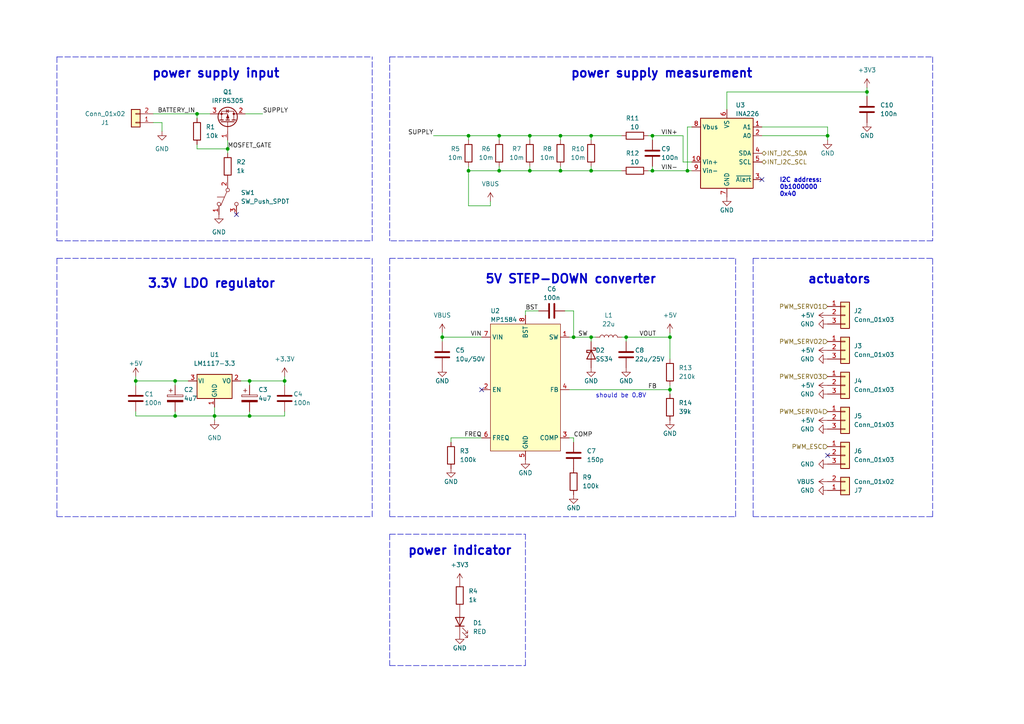
<source format=kicad_sch>
(kicad_sch (version 20211123) (generator eeschema)
  (paper "A4")
  (lib_symbols
    (symbol "+3.3V_1" (power) (pin_names (offset 0))
      (property "Value" "+3.3V_1" (at 0 3.556 0))
      (symbol "+3.3V_1_0_1"
        (polyline (pts (xy -0.762 1.27) (xy 0 2.54)))
        (polyline (pts (xy 0 0) (xy 0 2.54)))
        (polyline (pts (xy 0 2.54) (xy 0.762 1.27)))
      )
      (symbol "+3.3V_1_1_1"
        (pin power_in line (at 0 0 90) (length 0) hide (name "+3V3") (number "1"))
      )
    )
    (symbol "Analog_ADC:INA226"
      (property "Reference" "U" (at -6.35 11.43 0))
      (property "Value" "INA226" (at 3.81 11.43 0))
      (symbol "INA226_0_1"
        (rectangle (start 7.62 10.16) (end -7.62 -10.16) (stroke (width 0.254)) (fill (type background)))
      )
      (symbol "INA226_1_1"
        (pin input line (at 10.16 7.62 180) (length 2.54) (name "A1") (number "1"))
        (pin input line (at -10.16 -2.54 0) (length 2.54) (name "Vin+") (number "10"))
        (pin input line (at 10.16 5.08 180) (length 2.54) (name "A0") (number "2"))
        (pin open_collector line (at 10.16 -7.62 180) (length 2.54) (name "~{Alert}") (number "3"))
        (pin bidirectional line (at 10.16 0 180) (length 2.54) (name "SDA") (number "4"))
        (pin input line (at 10.16 -2.54 180) (length 2.54) (name "SCL") (number "5"))
        (pin power_in line (at 0 12.7 270) (length 2.54) (name "VS") (number "6"))
        (pin power_in line (at 0 -12.7 90) (length 2.54) (name "GND") (number "7"))
        (pin input line (at -10.16 7.62 0) (length 2.54) (name "Vbus") (number "8"))
        (pin input line (at -10.16 -5.08 0) (length 2.54) (name "Vin-") (number "9"))
      )
    )
    (symbol "Connector_Generic:Conn_01x02" (pin_names (offset 1.016) hide)
      (property "Reference" "J" (at 0 2.54 0))
      (property "Value" "Conn_01x02" (at 0 -5.08 0))
      (symbol "Conn_01x02_1_1"
        (rectangle (start -1.27 -2.413) (end 0 -2.667) (stroke (width 0.1524)))
        (rectangle (start -1.27 0.127) (end 0 -0.127) (stroke (width 0.1524)))
        (rectangle (start -1.27 1.27) (end 1.27 -3.81) (stroke (width 0.254)) (fill (type background)))
        (pin passive line (at -5.08 0 0) (length 3.81) (name "Pin_1") (number "1"))
        (pin passive line (at -5.08 -2.54 0) (length 3.81) (name "Pin_2") (number "2"))
      )
    )
    (symbol "Connector_Generic:Conn_01x03" (pin_names (offset 1.016) hide)
      (property "Reference" "J" (at 0 5.08 0))
      (property "Value" "Conn_01x03" (at 0 -5.08 0))
      (symbol "Conn_01x03_1_1"
        (rectangle (start -1.27 -2.413) (end 0 -2.667) (stroke (width 0.1524)))
        (rectangle (start -1.27 0.127) (end 0 -0.127) (stroke (width 0.1524)))
        (rectangle (start -1.27 2.667) (end 0 2.413) (stroke (width 0.1524)))
        (rectangle (start -1.27 3.81) (end 1.27 -3.81) (stroke (width 0.254)) (fill (type background)))
        (pin passive line (at -5.08 2.54 0) (length 3.81) (name "Pin_1") (number "1"))
        (pin passive line (at -5.08 0 0) (length 3.81) (name "Pin_2") (number "2"))
        (pin passive line (at -5.08 -2.54 0) (length 3.81) (name "Pin_3") (number "3"))
      )
    )
    (symbol "Device:C" (pin_numbers hide) (pin_names (offset 0.254))
      (property "Reference" "C" (at 0.635 2.54 0))
      (property "Value" "C" (at 0.635 -2.54 0))
      (symbol "C_0_1"
        (polyline (pts (xy -2.032 -0.762) (xy 2.032 -0.762)) (stroke (width 0.508)))
        (polyline (pts (xy -2.032 0.762) (xy 2.032 0.762)) (stroke (width 0.508)))
      )
      (symbol "C_1_1"
        (pin passive line (at 0 3.81 270) (length 2.794) (name "~") (number "1"))
        (pin passive line (at 0 -3.81 90) (length 2.794) (name "~") (number "2"))
      )
    )
    (symbol "Device:C_Polarized" (pin_numbers hide) (pin_names (offset 0.254))
      (property "Reference" "C" (at 0.635 2.54 0))
      (property "Value" "C_Polarized" (at 0.635 -2.54 0))
      (symbol "C_Polarized_0_1"
        (rectangle (start -2.286 0.508) (end 2.286 1.016))
        (polyline (pts (xy -1.778 2.286) (xy -0.762 2.286)))
        (polyline (pts (xy -1.27 2.794) (xy -1.27 1.778)))
        (rectangle (start 2.286 -0.508) (end -2.286 -1.016) (fill (type outline)))
      )
      (symbol "C_Polarized_1_1"
        (pin passive line (at 0 3.81 270) (length 2.794) (name "~") (number "1"))
        (pin passive line (at 0 -3.81 90) (length 2.794) (name "~") (number "2"))
      )
    )
    (symbol "Device:D_Schottky" (pin_numbers hide) (pin_names (offset 1.016) hide)
      (property "Reference" "D" (at 0 2.54 0))
      (property "Value" "D_Schottky" (at 0 -2.54 0))
      (symbol "D_Schottky_0_1"
        (polyline (pts (xy 1.27 0) (xy -1.27 0)))
        (polyline (pts (xy 1.27 1.27) (xy 1.27 -1.27) (xy -1.27 0) (xy 1.27 1.27)) (stroke (width 0.254)))
        (polyline (pts (xy -1.905 0.635) (xy -1.905 1.27) (xy -1.27 1.27) (xy -1.27 -1.27) (xy -0.635 -1.27) (xy -0.635 -0.635)) (stroke (width 0.254)))
      )
      (symbol "D_Schottky_1_1"
        (pin passive line (at -3.81 0 0) (length 2.54) (name "K") (number "1"))
        (pin passive line (at 3.81 0 180) (length 2.54) (name "A") (number "2"))
      )
    )
    (symbol "Device:L" (pin_numbers hide) (pin_names (offset 1.016) hide)
      (property "Reference" "L" (at -1.27 0 90))
      (property "Value" "L" (at 1.905 0 90))
      (symbol "L_0_1"
        (arc (start 0 -2.54) (mid 0.635 -1.905) (end 0 -1.27))
        (arc (start 0 -1.27) (mid 0.635 -0.635) (end 0 0))
        (arc (start 0 0) (mid 0.635 0.635) (end 0 1.27))
        (arc (start 0 1.27) (mid 0.635 1.905) (end 0 2.54))
      )
      (symbol "L_1_1"
        (pin passive line (at 0 3.81 270) (length 1.27) (name "1") (number "1"))
        (pin passive line (at 0 -3.81 90) (length 1.27) (name "2") (number "2"))
      )
    )
    (symbol "Device:LED" (pin_numbers hide) (pin_names (offset 1.016) hide)
      (property "Reference" "D" (at 0 2.54 0))
      (property "Value" "LED" (at 0 -2.54 0))
      (symbol "LED_0_1"
        (polyline (pts (xy -1.27 -1.27) (xy -1.27 1.27)) (stroke (width 0.254)))
        (polyline (pts (xy -1.27 0) (xy 1.27 0)))
        (polyline (pts (xy 1.27 -1.27) (xy 1.27 1.27) (xy -1.27 0) (xy 1.27 -1.27)) (stroke (width 0.254)))
        (polyline (pts (xy -3.048 -0.762) (xy -4.572 -2.286) (xy -3.81 -2.286) (xy -4.572 -2.286) (xy -4.572 -1.524)))
        (polyline (pts (xy -1.778 -0.762) (xy -3.302 -2.286) (xy -2.54 -2.286) (xy -3.302 -2.286) (xy -3.302 -1.524)))
      )
      (symbol "LED_1_1"
        (pin passive line (at -3.81 0 0) (length 2.54) (name "K") (number "1"))
        (pin passive line (at 3.81 0 180) (length 2.54) (name "A") (number "2"))
      )
    )
    (symbol "Device:Q_PMOS_GDS" (pin_names (offset 0) hide)
      (property "Reference" "Q" (at 5.08 1.27 0))
      (property "Value" "Q_PMOS_GDS" (at 5.08 -1.27 0))
      (symbol "Q_PMOS_GDS_0_1"
        (polyline (pts (xy 0.254 0) (xy -2.54 0)))
        (polyline (pts (xy 0.254 1.905) (xy 0.254 -1.905)) (stroke (width 0.254)))
        (polyline (pts (xy 0.762 -1.27) (xy 0.762 -2.286)) (stroke (width 0.254)))
        (polyline (pts (xy 0.762 0.508) (xy 0.762 -0.508)) (stroke (width 0.254)))
        (polyline (pts (xy 0.762 2.286) (xy 0.762 1.27)) (stroke (width 0.254)))
        (polyline (pts (xy 2.54 2.54) (xy 2.54 1.778)))
        (polyline (pts (xy 2.54 -2.54) (xy 2.54 0) (xy 0.762 0)))
        (polyline (pts (xy 0.762 1.778) (xy 3.302 1.778) (xy 3.302 -1.778) (xy 0.762 -1.778)))
        (polyline (pts (xy 2.286 0) (xy 1.27 0.381) (xy 1.27 -0.381) (xy 2.286 0)) (fill (type outline)))
        (polyline (pts (xy 2.794 -0.508) (xy 2.921 -0.381) (xy 3.683 -0.381) (xy 3.81 -0.254)))
        (polyline (pts (xy 3.302 -0.381) (xy 2.921 0.254) (xy 3.683 0.254) (xy 3.302 -0.381)))
        (circle (center 1.651 0) (radius 2.794) (stroke (width 0.254)))
        (circle (center 2.54 -1.778) (radius 0.254) (fill (type outline)))
        (circle (center 2.54 1.778) (radius 0.254) (fill (type outline)))
      )
      (symbol "Q_PMOS_GDS_1_1"
        (pin input line (at -5.08 0 0) (length 2.54) (name "G") (number "1"))
        (pin passive line (at 2.54 5.08 270) (length 2.54) (name "D") (number "2"))
        (pin passive line (at 2.54 -5.08 90) (length 2.54) (name "S") (number "3"))
      )
    )
    (symbol "Device:R" (pin_numbers hide) (pin_names (offset 0))
      (property "Reference" "R" (at 2.032 0 90))
      (property "Value" "R" (at 0 0 90))
      (symbol "R_0_1"
        (rectangle (start -1.016 -2.54) (end 1.016 2.54) (stroke (width 0.254)))
      )
      (symbol "R_1_1"
        (pin passive line (at 0 3.81 270) (length 1.27) (name "~") (number "1"))
        (pin passive line (at 0 -3.81 90) (length 1.27) (name "~") (number "2"))
      )
    )
    (symbol "Regulator_Linear:LM1117-3.3" (pin_names (offset 0.254))
      (property "Reference" "U" (at -3.81 3.175 0))
      (property "Value" "LM1117-3.3" (at 0 3.175 0))
      (symbol "LM1117-3.3_0_1"
        (rectangle (start -5.08 -5.08) (end 5.08 1.905) (stroke (width 0.254)) (fill (type background)))
      )
      (symbol "LM1117-3.3_1_1"
        (pin power_in line (at 0 -7.62 90) (length 2.54) (name "GND") (number "1"))
        (pin power_out line (at 7.62 0 180) (length 2.54) (name "VO") (number "2"))
        (pin power_in line (at -7.62 0 0) (length 2.54) (name "VI") (number "3"))
      )
    )
    (symbol "Switch:SW_Push_SPDT" (pin_names (offset 0) hide)
      (property "Reference" "SW" (at 0 4.318 0))
      (property "Value" "SW_Push_SPDT" (at 0 -5.08 0))
      (symbol "SW_Push_SPDT_0_0"
        (circle (center -2.032 0) (radius 0.508))
        (polyline (pts (xy 0 1.016) (xy 0 3.048)))
        (circle (center 2.032 -2.54) (radius 0.508))
      )
      (symbol "SW_Push_SPDT_0_1"
        (polyline (pts (xy -1.524 0.254) (xy 2.54 2.032)))
        (circle (center 2.032 2.54) (radius 0.508))
      )
      (symbol "SW_Push_SPDT_1_1"
        (pin passive line (at 5.08 2.54 180) (length 2.54) (name "A") (number "1"))
        (pin passive line (at -5.08 0 0) (length 2.54) (name "B") (number "2"))
        (pin passive line (at 5.08 -2.54 180) (length 2.54) (name "C") (number "3"))
      )
    )
    (symbol "goose:MP1584"
      (property "Reference" "U" (at 6.985 22.225 0))
      (property "Value" "MP1584" (at 7.62 20.32 0))
      (symbol "MP1584_0_1"
        (rectangle (start -10.16 19.05) (end 10.16 -17.78) (fill (type background)))
      )
      (symbol "MP1584_1_1"
        (pin passive line (at 12.7 15.24 180) (length 2.54) (name "SW") (number "1"))
        (pin passive line (at -12.7 0 0) (length 2.54) (name "EN") (number "2"))
        (pin passive line (at 12.7 -13.97 180) (length 2.54) (name "COMP") (number "3"))
        (pin passive line (at 12.7 0 180) (length 2.54) (name "FB") (number "4"))
        (pin passive line (at 0 -20.32 90) (length 2.54) (name "GND") (number "5"))
        (pin passive line (at -12.7 -13.97 0) (length 2.54) (name "FREQ") (number "6"))
        (pin passive line (at -12.7 15.24 0) (length 2.54) (name "VIN") (number "7"))
        (pin passive line (at 0 21.59 270) (length 2.54) (name "BST") (number "8"))
      )
    )
    (symbol "power:+3.3V" (power) (pin_names (offset 0))
      (property "Value" "+3.3V" (at 0 3.556 0))
      (symbol "+3.3V_0_1"
        (polyline (pts (xy -0.762 1.27) (xy 0 2.54)))
        (polyline (pts (xy 0 0) (xy 0 2.54)))
        (polyline (pts (xy 0 2.54) (xy 0.762 1.27)))
      )
      (symbol "+3.3V_1_1"
        (pin power_in line (at 0 0 90) (length 0) hide (name "+3.3V") (number "1"))
      )
    )
    (symbol "power:+5V" (power) (pin_names (offset 0))
      (property "Value" "+5V" (at 0 3.556 0))
      (symbol "+5V_0_1"
        (polyline (pts (xy -0.762 1.27) (xy 0 2.54)))
        (polyline (pts (xy 0 0) (xy 0 2.54)))
        (polyline (pts (xy 0 2.54) (xy 0.762 1.27)))
      )
      (symbol "+5V_1_1"
        (pin power_in line (at 0 0 90) (length 0) hide (name "+5V") (number "1"))
      )
    )
    (symbol "power:GND" (power) (pin_names (offset 0))
      (property "Value" "GND" (at 0 -3.81 0))
      (symbol "GND_0_1"
        (polyline (pts (xy 0 0) (xy 0 -1.27) (xy 1.27 -1.27) (xy 0 -2.54) (xy -1.27 -1.27) (xy 0 -1.27)))
      )
      (symbol "GND_1_1"
        (pin power_in line (at 0 0 270) (length 0) hide (name "GND") (number "1"))
      )
    )
    (symbol "power:VBUS" (power) (pin_names (offset 0))
      (property "Value" "VBUS" (at 0 3.81 0))
      (symbol "VBUS_0_1"
        (polyline (pts (xy -0.762 1.27) (xy 0 2.54)))
        (polyline (pts (xy 0 0) (xy 0 2.54)))
        (polyline (pts (xy 0 2.54) (xy 0.762 1.27)))
      )
      (symbol "VBUS_1_1"
        (pin power_in line (at 0 0 90) (length 0) hide (name "VBUS") (number "1"))
      )
    )
  )
  (junction (at 166.37 97.79))
  (junction (at 144.78 39.37))
  (junction (at 128.27 97.79))
  (junction (at 181.61 97.79))
  (junction (at 251.46 26.67))
  (junction (at 153.67 39.37))
  (junction (at 50.8 120.65))
  (junction (at 194.31 113.03))
  (junction (at 39.37 110.49))
  (junction (at 194.31 97.79))
  (junction (at 66.04 43.18))
  (junction (at 72.39 120.65))
  (junction (at 144.78 49.53))
  (junction (at 240.03 39.37))
  (junction (at 171.45 97.79))
  (junction (at 199.39 49.53))
  (junction (at 50.8 110.49))
  (junction (at 162.56 49.53))
  (junction (at 162.56 39.37))
  (junction (at 135.89 49.53))
  (junction (at 62.23 120.65))
  (junction (at 135.89 39.37))
  (junction (at 189.23 39.37))
  (junction (at 171.45 39.37))
  (junction (at 72.39 110.49))
  (junction (at 171.45 49.53))
  (junction (at 189.23 49.53))
  (junction (at 57.15 33.02))
  (junction (at 153.67 49.53))
  (junction (at 82.55 110.49))
  (no_connect (at 139.7 113.03))
  (no_connect (at 68.58 62.23))
  (no_connect (at 220.98 52.07))
  (no_connect (at 240.03 132.08))
  (wire (pts (xy 199.39 49.53) (xy 199.39 36.83)))
  (polyline (pts (xy 113.03 154.94) (xy 152.4 154.94)))
  (wire (pts (xy 66.04 44.45) (xy 66.04 43.18)))
  (wire (pts (xy 46.99 35.56) (xy 46.99 38.1)))
  (wire (pts (xy 251.46 26.67) (xy 251.46 27.94)))
  (wire (pts (xy 39.37 109.22) (xy 39.37 110.49)))
  (polyline (pts (xy 113.03 16.51) (xy 113.03 69.85)))
  (polyline (pts (xy 270.51 69.85) (xy 113.03 69.85)))
  (wire (pts (xy 50.8 110.49) (xy 50.8 111.76)))
  (wire (pts (xy 171.45 40.64) (xy 171.45 39.37)))
  (wire (pts (xy 135.89 49.53) (xy 135.89 59.69)))
  (wire (pts (xy 198.12 46.99) (xy 200.66 46.99)))
  (wire (pts (xy 144.78 40.64) (xy 144.78 39.37)))
  (wire (pts (xy 153.67 39.37) (xy 144.78 39.37)))
  (polyline (pts (xy 113.03 16.51) (xy 270.51 16.51)))
  (wire (pts (xy 162.56 49.53) (xy 171.45 49.53)))
  (wire (pts (xy 72.39 110.49) (xy 72.39 111.76)))
  (wire (pts (xy 180.34 97.79) (xy 181.61 97.79)))
  (polyline (pts (xy 16.51 16.51) (xy 16.51 69.85)))
  (wire (pts (xy 130.81 127) (xy 139.7 127)))
  (wire (pts (xy 199.39 36.83) (xy 200.66 36.83)))
  (wire (pts (xy 152.4 91.44) (xy 152.4 90.17)))
  (polyline (pts (xy 218.44 74.93) (xy 270.51 74.93)))
  (wire (pts (xy 72.39 110.49) (xy 82.55 110.49)))
  (wire (pts (xy 165.1 113.03) (xy 194.31 113.03)))
  (wire (pts (xy 144.78 39.37) (xy 135.89 39.37)))
  (polyline (pts (xy 16.51 69.85) (xy 107.95 69.85)))
  (polyline (pts (xy 218.44 149.86) (xy 270.51 149.86)))
  (wire (pts (xy 135.89 49.53) (xy 135.89 48.26)))
  (wire (pts (xy 166.37 127) (xy 166.37 128.27)))
  (polyline (pts (xy 16.51 74.93) (xy 16.51 149.86)))
  (polyline (pts (xy 113.03 154.94) (xy 113.03 193.04)))
  (wire (pts (xy 171.45 97.79) (xy 171.45 99.06)))
  (wire (pts (xy 57.15 33.02) (xy 57.15 34.29)))
  (polyline (pts (xy 16.51 149.86) (xy 107.95 149.86)))
  (wire (pts (xy 44.45 33.02) (xy 57.15 33.02)))
  (wire (pts (xy 82.55 120.65) (xy 82.55 119.38)))
  (wire (pts (xy 194.31 113.03) (xy 194.31 111.76)))
  (wire (pts (xy 135.89 59.69) (xy 142.24 59.69)))
  (wire (pts (xy 57.15 33.02) (xy 60.96 33.02)))
  (wire (pts (xy 62.23 118.11) (xy 62.23 120.65)))
  (wire (pts (xy 72.39 120.65) (xy 72.39 119.38)))
  (wire (pts (xy 240.03 39.37) (xy 240.03 40.64)))
  (wire (pts (xy 166.37 90.17) (xy 166.37 97.79)))
  (wire (pts (xy 162.56 40.64) (xy 162.56 39.37)))
  (wire (pts (xy 57.15 41.91) (xy 57.15 43.18)))
  (wire (pts (xy 50.8 110.49) (xy 54.61 110.49)))
  (wire (pts (xy 50.8 119.38) (xy 50.8 120.65)))
  (wire (pts (xy 142.24 59.69) (xy 142.24 58.42)))
  (wire (pts (xy 39.37 110.49) (xy 50.8 110.49)))
  (wire (pts (xy 194.31 97.79) (xy 194.31 104.14)))
  (wire (pts (xy 153.67 49.53) (xy 162.56 49.53)))
  (wire (pts (xy 163.83 90.17) (xy 166.37 90.17)))
  (wire (pts (xy 62.23 120.65) (xy 72.39 120.65)))
  (polyline (pts (xy 113.03 74.93) (xy 113.03 149.86)))
  (wire (pts (xy 39.37 120.65) (xy 50.8 120.65)))
  (wire (pts (xy 128.27 96.52) (xy 128.27 97.79)))
  (wire (pts (xy 171.45 49.53) (xy 180.34 49.53)))
  (wire (pts (xy 198.12 39.37) (xy 198.12 46.99)))
  (wire (pts (xy 220.98 39.37) (xy 240.03 39.37)))
  (wire (pts (xy 57.15 43.18) (xy 66.04 43.18)))
  (wire (pts (xy 71.12 33.02) (xy 76.2 33.02)))
  (wire (pts (xy 194.31 113.03) (xy 194.31 114.3)))
  (wire (pts (xy 199.39 49.53) (xy 200.66 49.53)))
  (wire (pts (xy 128.27 97.79) (xy 139.7 97.79)))
  (wire (pts (xy 181.61 97.79) (xy 181.61 99.06)))
  (polyline (pts (xy 213.36 149.86) (xy 213.36 74.93)))
  (wire (pts (xy 189.23 49.53) (xy 199.39 49.53)))
  (wire (pts (xy 144.78 49.53) (xy 153.67 49.53)))
  (polyline (pts (xy 16.51 74.93) (xy 107.95 74.93)))
  (wire (pts (xy 240.03 36.83) (xy 240.03 39.37)))
  (wire (pts (xy 125.73 39.37) (xy 135.89 39.37)))
  (wire (pts (xy 194.31 96.52) (xy 194.31 97.79)))
  (wire (pts (xy 220.98 36.83) (xy 240.03 36.83)))
  (wire (pts (xy 69.85 110.49) (xy 72.39 110.49)))
  (wire (pts (xy 171.45 39.37) (xy 180.34 39.37)))
  (wire (pts (xy 171.45 97.79) (xy 172.72 97.79)))
  (wire (pts (xy 166.37 97.79) (xy 171.45 97.79)))
  (polyline (pts (xy 107.95 69.85) (xy 107.95 16.51)))
  (wire (pts (xy 181.61 97.79) (xy 194.31 97.79)))
  (wire (pts (xy 171.45 49.53) (xy 171.45 48.26)))
  (wire (pts (xy 82.55 109.22) (xy 82.55 110.49)))
  (wire (pts (xy 39.37 110.49) (xy 39.37 111.76)))
  (wire (pts (xy 251.46 25.4) (xy 251.46 26.67)))
  (wire (pts (xy 130.81 128.27) (xy 130.81 127)))
  (wire (pts (xy 189.23 49.53) (xy 189.23 48.26)))
  (wire (pts (xy 62.23 120.65) (xy 62.23 121.92)))
  (polyline (pts (xy 270.51 16.51) (xy 270.51 69.85)))
  (wire (pts (xy 135.89 49.53) (xy 144.78 49.53)))
  (wire (pts (xy 72.39 120.65) (xy 82.55 120.65)))
  (wire (pts (xy 135.89 40.64) (xy 135.89 39.37)))
  (wire (pts (xy 144.78 49.53) (xy 144.78 48.26)))
  (wire (pts (xy 50.8 120.65) (xy 62.23 120.65)))
  (wire (pts (xy 171.45 39.37) (xy 162.56 39.37)))
  (wire (pts (xy 82.55 110.49) (xy 82.55 111.76)))
  (wire (pts (xy 44.45 35.56) (xy 46.99 35.56)))
  (wire (pts (xy 251.46 26.67) (xy 210.82 26.67)))
  (polyline (pts (xy 270.51 149.86) (xy 270.51 74.93)))
  (wire (pts (xy 162.56 39.37) (xy 153.67 39.37)))
  (wire (pts (xy 165.1 127) (xy 166.37 127)))
  (polyline (pts (xy 113.03 149.86) (xy 213.36 149.86)))
  (wire (pts (xy 162.56 49.53) (xy 162.56 48.26)))
  (wire (pts (xy 152.4 90.17) (xy 156.21 90.17)))
  (wire (pts (xy 153.67 49.53) (xy 153.67 48.26)))
  (wire (pts (xy 153.67 40.64) (xy 153.67 39.37)))
  (polyline (pts (xy 107.95 149.86) (xy 107.95 74.93)))
  (wire (pts (xy 189.23 39.37) (xy 198.12 39.37)))
  (polyline (pts (xy 218.44 74.93) (xy 218.44 149.86)))
  (wire (pts (xy 39.37 119.38) (xy 39.37 120.65)))
  (wire (pts (xy 165.1 97.79) (xy 166.37 97.79)))
  (wire (pts (xy 189.23 39.37) (xy 189.23 40.64)))
  (wire (pts (xy 128.27 97.79) (xy 128.27 99.06)))
  (polyline (pts (xy 113.03 193.04) (xy 152.4 193.04)))
  (polyline (pts (xy 113.03 74.93) (xy 213.36 74.93)))
  (wire (pts (xy 66.04 43.18) (xy 66.04 40.64)))
  (wire (pts (xy 187.96 39.37) (xy 189.23 39.37)))
  (wire (pts (xy 187.96 49.53) (xy 189.23 49.53)))
  (polyline (pts (xy 16.51 16.51) (xy 107.95 16.51)))
  (polyline (pts (xy 152.4 193.04) (xy 152.4 154.94)))
  (wire (pts (xy 210.82 26.67) (xy 210.82 31.75)))
  (text "power indicator" (at 148.59 161.29 180) (effects (font (size 2.54 2.54) (thickness 0.508) bold) (justify right bottom)))
  (text "I2C address:\n0b1000000\n0x40" (at 226.06 57.15 0) (effects (font (size 1.27 1.27) (thickness 0.254) bold) (justify left bottom)))
  (text "5V STEP-DOWN converter" (at 190.5 82.55 180) (effects (font (size 2.54 2.54) (thickness 0.508) bold) (justify right bottom)))
  (text "3.3V LDO regulator" (at 80.01 83.82 180) (effects (font (size 2.54 2.54) (thickness 0.508) bold) (justify right bottom)))
  (text "should be 0.8V" (at 172.72 115.57 0) (effects (font (size 1.27 1.27)) (justify left bottom)))
  (text "power supply input" (at 81.28 22.86 180) (effects (font (size 2.54 2.54) (thickness 0.508) bold) (justify right bottom)))
  (text "power supply measurement" (at 218.44 22.86 180) (effects (font (size 2.54 2.54) (thickness 0.508) bold) (justify right bottom)))
  (text "actuators" (at 252.73 82.55 180) (effects (font (size 2.54 2.54) (thickness 0.508) bold) (justify right bottom)))
  (label "FREQ" (at 139.7 127 180))
  (label "SUPPLY" (at 76.2 33.02 0))
  (label "VIN+" (at 191.77 39.37 0))
  (label "BST" (at 152.4 90.17 0))
  (label "FB" (at 187.96 113.03 0))
  (label "SUPPLY" (at 125.73 39.37 180))
  (label "BATTERY_IN" (at 45.72 33.02 0))
  (label "VIN-" (at 191.77 49.53 0))
  (label "COMP" (at 166.37 127 0))
  (label "VOUT" (at 185.42 97.79 0))
  (label "SW" (at 167.64 97.79 0))
  (label "VIN" (at 139.7 97.79 180))
  (label "MOSFET_GATE" (at 66.04 43.18 0))
  (hierarchical_label "PWM_SERVO4" (shape input) (at 240.03 119.38 180))
  (hierarchical_label "INT_I2C_SDA" (shape bidirectional) (at 220.98 44.45 0))
  (hierarchical_label "PWM_ESC" (shape input) (at 240.03 129.54 180))
  (hierarchical_label "PWM_SERVO1" (shape input) (at 240.03 88.9 180))
  (hierarchical_label "INT_I2C_SCL" (shape bidirectional) (at 220.98 46.99 0))
  (hierarchical_label "PWM_SERVO3" (shape input) (at 240.03 109.22 180))
  (hierarchical_label "PWM_SERVO2" (shape input) (at 240.03 99.06 180))
  (symbol (lib_id "power:GND") (at 152.4 133.35 0) (unit 1)
    (property "Reference" "#PWR013" (effects hide))
    (property "Value" "GND" (at 152.4 137.16 0))
  )
  (symbol (lib_id "power:GND") (at 171.45 106.68 0) (unit 1)
    (property "Reference" "#PWR015" (effects hide))
    (property "Value" "GND" (at 171.45 110.49 0))
  )
  (symbol (lib_id "Device:C") (at 82.55 115.57 0) (unit 1)
    (property "Reference" "C4" (at 85.09 114.3 0) (effects (justify left)))
    (property "Value" "100n" (at 85.09 116.84 0) (effects (justify left)))
    (property "Footprint" "Capacitor_SMD:C_0603_1608Metric" (effects hide))
  )
  (symbol (lib_id "goose:MP1584") (at 152.4 113.03 0) (unit 1)
    (property "Reference" "U2" (at 142.24 90.17 0) (effects (justify left)))
    (property "Value" "MP1584" (at 142.24 92.71 0) (effects (justify left)))
    (property "Footprint" "Package_SO:SOIC-8-1EP_3.9x4.9mm_P1.27mm_EP2.62x3.51mm_ThermalVias" (effects hide))
  )
  (symbol (lib_id "power:GND") (at 240.03 93.98 270) (unit 1)
    (property "Reference" "#PWR022" (effects hide))
    (property "Value" "GND" (at 236.22 93.98 90) (effects (justify right)))
  )
  (symbol (lib_id "power:GND") (at 181.61 106.68 0) (unit 1)
    (property "Reference" "#PWR016" (effects hide))
    (property "Value" "GND" (at 181.61 110.49 0))
  )
  (symbol (lib_id "Device:R") (at 153.67 44.45 180) (unit 1)
    (property "Reference" "R7" (at 149.86 43.18 0))
    (property "Value" "10m" (at 149.86 45.72 0))
    (property "Footprint" "Resistor_SMD:R_1206_3216Metric" (effects hide))
  )
  (symbol (lib_id "power:+5V") (at 240.03 121.92 90) (unit 1)
    (property "Reference" "#PWR027" (effects hide))
    (property "Value" "+5V" (at 236.22 121.92 90) (effects (justify left)))
  )
  (symbol (lib_id "Device:R") (at 133.35 172.72 0) (unit 1)
    (property "Reference" "R4" (at 135.89 171.4499 0) (effects (justify left)))
    (property "Value" "1k" (at 135.89 173.9899 0) (effects (justify left)))
    (property "Footprint" "Resistor_SMD:R_0603_1608Metric" (effects hide))
  )
  (symbol (lib_id "power:+5V") (at 39.37 109.22 0) (unit 1)
    (property "Reference" "#PWR02" (effects hide))
    (property "Value" "+5V" (at 39.37 105.41 0))
  )
  (symbol (lib_id "Device:R") (at 57.15 38.1 0) (unit 1)
    (property "Reference" "R1" (at 59.69 36.83 0) (effects (justify left)))
    (property "Value" "10k" (at 59.69 39.3699 0) (effects (justify left)))
    (property "Footprint" "Resistor_SMD:R_0603_1608Metric" (effects hide))
  )
  (symbol (lib_id "power:GND") (at 240.03 40.64 0) (unit 1)
    (property "Reference" "#PWR020" (effects hide))
    (property "Value" "GND" (at 240.03 44.45 0))
  )
  (symbol (lib_id "power:+5V") (at 240.03 91.44 90) (unit 1)
    (property "Reference" "#PWR021" (effects hide))
    (property "Value" "+5V" (at 236.22 91.44 90) (effects (justify left)))
  )
  (symbol (lib_id "Device:R") (at 184.15 39.37 90) (unit 1)
    (property "Reference" "R11" (at 185.42 34.29 90) (effects (justify left)))
    (property "Value" "10" (at 185.4199 36.83 90) (effects (justify left)))
    (property "Footprint" "Resistor_SMD:R_0603_1608Metric" (effects hide))
  )
  (symbol (lib_id "power:GND") (at 251.46 35.56 0) (unit 1)
    (property "Reference" "#PWR033" (effects hide))
    (property "Value" "GND" (at 251.46 39.37 0))
  )
  (symbol (lib_id "power:VBUS") (at 240.03 139.7 90) (unit 1)
    (property "Reference" "#PWR030" (effects hide))
    (property "Value" "VBUS" (at 231.14 139.7 90) (effects (justify right)))
  )
  (symbol (lib_id "Device:C_Polarized") (at 50.8 115.57 0) (unit 1)
    (property "Reference" "C2" (at 53.34 113.03 0) (effects (justify left)))
    (property "Value" "4u7" (at 53.34 115.57 0) (effects (justify left)))
    (property "Footprint" "Capacitor_Tantalum_SMD:CP_EIA-3216-18_Kemet-A" (effects hide))
  )
  (symbol (lib_name "+3.3V_1") (lib_id "power:+3.3V") (at 133.35 168.91 0) (unit 1)
    (property "Reference" "#PWR010" (effects hide))
    (property "Value" "+3.3V" (at 133.35 163.83 0))
  )
  (symbol (lib_id "Device:C") (at 166.37 132.08 0) (unit 1)
    (property "Reference" "C7" (at 170.18 130.8099 0) (effects (justify left)))
    (property "Value" "150p" (at 170.18 133.3499 0) (effects (justify left)))
    (property "Footprint" "Capacitor_SMD:C_0603_1608Metric" (effects hide))
  )
  (symbol (lib_id "Device:L") (at 176.53 97.79 90) (unit 1)
    (property "Reference" "L1" (at 176.53 91.44 90))
    (property "Value" "22u" (at 176.53 93.98 90))
    (property "Footprint" "Inductor_SMD:L_AVX_LMLP07A7" (effects hide))
  )
  (symbol (lib_id "Device:R") (at 171.45 44.45 180) (unit 1)
    (property "Reference" "R10" (at 167.64 43.18 0))
    (property "Value" "10m" (at 167.64 45.72 0))
    (property "Footprint" "Resistor_SMD:R_1206_3216Metric" (effects hide))
  )
  (symbol (lib_id "power:GND") (at 240.03 104.14 270) (unit 1)
    (property "Reference" "#PWR024" (effects hide))
    (property "Value" "GND" (at 236.22 104.14 90) (effects (justify right)))
  )
  (symbol (lib_id "Device:C") (at 160.02 90.17 90) (unit 1)
    (property "Reference" "C6" (at 160.02 83.82 90))
    (property "Value" "100n" (at 160.02 86.36 90))
    (property "Footprint" "Capacitor_SMD:C_0603_1608Metric" (effects hide))
  )
  (symbol (lib_id "Connector_Generic:Conn_01x03") (at 245.11 121.92 0) (unit 1)
    (property "Reference" "J5" (at 247.65 120.6499 0) (effects (justify left)))
    (property "Value" "Conn_01x03" (at 247.65 123.1899 0) (effects (justify left)))
    (property "Footprint" "Connector_PinHeader_2.54mm:PinHeader_1x03_P2.54mm_Vertical" (effects hide))
  )
  (symbol (lib_id "Switch:SW_Push_SPDT") (at 66.04 57.15 90) (mirror x) (unit 1)
    (property "Reference" "SW1" (at 69.85 55.8799 90) (effects (justify right)))
    (property "Value" "SW_Push_SPDT" (at 69.85 58.4199 90) (effects (justify right)))
    (property "Footprint" "Button_Switch_THT:SW_CuK_JS202011CQN_DPDT_Straight" (effects hide))
  )
  (symbol (lib_id "power:GND") (at 46.99 38.1 0) (unit 1)
    (property "Reference" "#PWR03" (effects hide))
    (property "Value" "GND" (at 46.99 43.18 0))
  )
  (symbol (lib_id "Device:C") (at 189.23 44.45 180) (unit 1)
    (property "Reference" "C9" (at 191.77 43.18 0) (effects (justify right)))
    (property "Value" "100n" (at 191.77 45.72 0) (effects (justify right)))
    (property "Footprint" "Capacitor_SMD:C_0603_1608Metric" (effects hide))
  )
  (symbol (lib_id "Device:R") (at 162.56 44.45 180) (unit 1)
    (property "Reference" "R8" (at 158.75 43.18 0))
    (property "Value" "10m" (at 158.75 45.72 0))
    (property "Footprint" "Resistor_SMD:R_1206_3216Metric" (effects hide))
  )
  (symbol (lib_id "Device:C") (at 181.61 102.87 180) (unit 1)
    (property "Reference" "C8" (at 184.15 101.6 0) (effects (justify right)))
    (property "Value" "22u/25V" (at 184.15 104.14 0) (effects (justify right)))
    (property "Footprint" "Capacitor_SMD:C_1206_3216Metric" (effects hide))
  )
  (symbol (lib_id "Device:LED") (at 133.35 180.34 90) (unit 1)
    (property "Reference" "D1" (at 137.16 180.6574 90) (effects (justify right)))
    (property "Value" "RED" (at 137.16 183.1974 90) (effects (justify right)))
    (property "Footprint" "LED_SMD:LED_0603_1608Metric" (effects hide))
  )
  (symbol (lib_id "Device:R") (at 66.04 48.26 0) (unit 1)
    (property "Reference" "R2" (at 68.58 46.99 0) (effects (justify left)))
    (property "Value" "1k" (at 68.58 49.5299 0) (effects (justify left)))
    (property "Footprint" "Resistor_SMD:R_0603_1608Metric" (effects hide))
  )
  (symbol (lib_id "power:GND") (at 210.82 57.15 0) (unit 1)
    (property "Reference" "#PWR019" (effects hide))
    (property "Value" "GND" (at 210.82 60.96 0))
  )
  (symbol (lib_id "Device:R") (at 184.15 49.53 90) (unit 1)
    (property "Reference" "R12" (at 185.42 44.45 90) (effects (justify left)))
    (property "Value" "10" (at 185.4199 46.99 90) (effects (justify left)))
    (property "Footprint" "Resistor_SMD:R_0603_1608Metric" (effects hide))
  )
  (symbol (lib_id "Connector_Generic:Conn_01x03") (at 245.11 132.08 0) (unit 1)
    (property "Reference" "J6" (at 247.65 130.8099 0) (effects (justify left)))
    (property "Value" "Conn_01x03" (at 247.65 133.3499 0) (effects (justify left)))
    (property "Footprint" "Connector_PinHeader_2.54mm:PinHeader_1x03_P2.54mm_Vertical" (effects hide))
  )
  (symbol (lib_id "power:GND") (at 63.5 62.23 0) (unit 1)
    (property "Reference" "#PWR05" (effects hide))
    (property "Value" "GND" (at 63.5 67.31 0))
  )
  (symbol (lib_id "Device:R") (at 194.31 118.11 180) (unit 1)
    (property "Reference" "R14" (at 196.85 116.8399 0) (effects (justify right)))
    (property "Value" "39k" (at 196.85 119.3799 0) (effects (justify right)))
    (property "Footprint" "Resistor_SMD:R_0603_1608Metric" (effects hide))
  )
  (symbol (lib_id "power:GND") (at 240.03 114.3 270) (unit 1)
    (property "Reference" "#PWR026" (effects hide))
    (property "Value" "GND" (at 236.22 114.3 90) (effects (justify right)))
  )
  (symbol (lib_id "Device:R") (at 135.89 44.45 180) (unit 1)
    (property "Reference" "R5" (at 132.08 43.18 0))
    (property "Value" "10m" (at 132.08 45.72 0))
    (property "Footprint" "Resistor_SMD:R_1206_3216Metric" (effects hide))
  )
  (symbol (lib_id "power:+5V") (at 240.03 111.76 90) (unit 1)
    (property "Reference" "#PWR025" (effects hide))
    (property "Value" "+5V" (at 236.22 111.76 90) (effects (justify left)))
  )
  (symbol (lib_id "Device:C") (at 251.46 31.75 180) (unit 1)
    (property "Reference" "C10" (at 255.27 30.48 0) (effects (justify right)))
    (property "Value" "100n" (at 255.27 33.02 0) (effects (justify right)))
    (property "Footprint" "Capacitor_SMD:C_0603_1608Metric" (effects hide))
  )
  (symbol (lib_id "Device:D_Schottky") (at 171.45 102.87 270) (unit 1)
    (property "Reference" "D2" (at 172.72 101.6 90) (effects (justify left)))
    (property "Value" "SS34" (at 172.72 104.14 90) (effects (justify left)))
    (property "Footprint" "Diode_SMD:D_SMA" (effects hide))
  )
  (symbol (lib_id "Connector_Generic:Conn_01x02") (at 39.37 35.56 180) (unit 1)
    (property "Reference" "J1" (at 30.48 35.56 0))
    (property "Value" "Conn_01x02" (at 30.48 33.02 0))
    (property "Footprint" "Connector_AMASS:AMASS_XT60-M_1x02_P7.20mm_Vertical" (effects hide))
  )
  (symbol (lib_id "Connector_Generic:Conn_01x03") (at 245.11 91.44 0) (unit 1)
    (property "Reference" "J2" (at 247.65 90.1699 0) (effects (justify left)))
    (property "Value" "Conn_01x03" (at 247.65 92.7099 0) (effects (justify left)))
    (property "Footprint" "Connector_PinHeader_2.54mm:PinHeader_1x03_P2.54mm_Vertical" (effects hide))
  )
  (symbol (lib_id "power:GND") (at 240.03 134.62 270) (unit 1)
    (property "Reference" "#PWR029" (effects hide))
    (property "Value" "GND" (at 236.22 134.62 90) (effects (justify right)))
  )
  (symbol (lib_id "Device:R") (at 194.31 107.95 180) (unit 1)
    (property "Reference" "R13" (at 196.85 106.6799 0) (effects (justify right)))
    (property "Value" "210k" (at 196.85 109.2199 0) (effects (justify right)))
    (property "Footprint" "Resistor_SMD:R_0603_1608Metric" (effects hide))
  )
  (symbol (lib_id "power:VBUS") (at 128.27 96.52 0) (unit 1)
    (property "Reference" "#PWR07" (effects hide))
    (property "Value" "VBUS" (at 128.27 91.44 0))
  )
  (symbol (lib_id "power:GND") (at 128.27 106.68 0) (unit 1)
    (property "Reference" "#PWR08" (effects hide))
    (property "Value" "GND" (at 128.27 110.49 0))
  )
  (symbol (lib_id "Device:R") (at 166.37 139.7 0) (unit 1)
    (property "Reference" "R9" (at 168.91 138.4299 0) (effects (justify left)))
    (property "Value" "100k" (at 168.91 140.9699 0) (effects (justify left)))
    (property "Footprint" "Resistor_SMD:R_0603_1608Metric" (effects hide))
  )
  (symbol (lib_id "Device:R") (at 144.78 44.45 180) (unit 1)
    (property "Reference" "R6" (at 140.97 43.18 0))
    (property "Value" "10m" (at 140.97 45.72 0))
    (property "Footprint" "Resistor_SMD:R_1206_3216Metric" (effects hide))
  )
  (symbol (lib_id "power:GND") (at 240.03 142.24 270) (unit 1)
    (property "Reference" "#PWR031" (effects hide))
    (property "Value" "GND" (at 236.22 142.24 90) (effects (justify right)))
  )
  (symbol (lib_id "Connector_Generic:Conn_01x03") (at 245.11 101.6 0) (unit 1)
    (property "Reference" "J3" (at 247.65 100.3299 0) (effects (justify left)))
    (property "Value" "Conn_01x03" (at 247.65 102.8699 0) (effects (justify left)))
    (property "Footprint" "Connector_PinHeader_2.54mm:PinHeader_1x03_P2.54mm_Vertical" (effects hide))
  )
  (symbol (lib_id "Device:Q_PMOS_GDS") (at 66.04 35.56 270) (mirror x) (unit 1)
    (property "Reference" "Q1" (at 66.04 26.67 90))
    (property "Value" "IRFR5305" (at 66.04 29.21 90))
    (property "Footprint" "Package_TO_SOT_SMD:TO-252-2" (effects hide))
  )
  (symbol (lib_id "Device:C") (at 39.37 115.57 0) (unit 1)
    (property "Reference" "C1" (at 41.91 114.3 0) (effects (justify left)))
    (property "Value" "100n" (at 41.91 116.84 0) (effects (justify left)))
    (property "Footprint" "Capacitor_SMD:C_0603_1608Metric" (effects hide))
  )
  (symbol (lib_id "power:+5V") (at 194.31 96.52 0) (unit 1)
    (property "Reference" "#PWR017" (effects hide))
    (property "Value" "+5V" (at 194.31 91.44 0))
  )
  (symbol (lib_id "Device:C") (at 128.27 102.87 180) (unit 1)
    (property "Reference" "C5" (at 132.08 101.5999 0) (effects (justify right)))
    (property "Value" "10u/50V" (at 132.08 104.14 0) (effects (justify right)))
    (property "Footprint" "Capacitor_SMD:C_1206_3216Metric" (effects hide))
  )
  (symbol (lib_id "Connector_Generic:Conn_01x03") (at 245.11 111.76 0) (unit 1)
    (property "Reference" "J4" (at 247.65 110.4899 0) (effects (justify left)))
    (property "Value" "Conn_01x03" (at 247.65 113.0299 0) (effects (justify left)))
    (property "Footprint" "Connector_PinHeader_2.54mm:PinHeader_1x03_P2.54mm_Vertical" (effects hide))
  )
  (symbol (lib_id "power:+3.3V") (at 82.55 109.22 0) (unit 1)
    (property "Reference" "#PWR06" (effects hide))
    (property "Value" "+3.3V" (at 82.55 104.14 0))
  )
  (symbol (lib_name "+3.3V_1") (lib_id "power:+3.3V") (at 251.46 25.4 0) (unit 1)
    (property "Reference" "#PWR032" (effects hide))
    (property "Value" "+3.3V" (at 251.46 20.32 0))
  )
  (symbol (lib_id "Regulator_Linear:LM1117-3.3") (at 62.23 110.49 0) (unit 1)
    (property "Reference" "U1" (at 62.23 102.87 0))
    (property "Value" "LM1117-3.3" (at 62.23 105.41 0))
    (property "Footprint" "Package_TO_SOT_SMD:SOT-223-3_TabPin2" (effects hide))
    (property "Datasheet" "http://www.ti.com/lit/ds/symlink/lm1117.pdf" (effects hide))
  )
  (symbol (lib_id "power:GND") (at 166.37 143.51 0) (unit 1)
    (property "Reference" "#PWR014" (effects hide))
    (property "Value" "GND" (at 166.37 147.32 0))
  )
  (symbol (lib_id "Device:R") (at 130.81 132.08 0) (unit 1)
    (property "Reference" "R3" (at 133.35 130.8099 0) (effects (justify left)))
    (property "Value" "100k" (at 133.35 133.3499 0) (effects (justify left)))
    (property "Footprint" "Resistor_SMD:R_0603_1608Metric" (effects hide))
  )
  (symbol (lib_id "power:GND") (at 130.81 135.89 0) (unit 1)
    (property "Reference" "#PWR09" (effects hide))
    (property "Value" "GND" (at 130.81 139.7 0))
  )
  (symbol (lib_id "Connector_Generic:Conn_01x02") (at 245.11 142.24 0) (mirror x) (unit 1)
    (property "Reference" "J7" (at 248.92 142.24 0))
    (property "Value" "Conn_01x02" (at 247.65 139.7 0) (effects (justify left)))
    (property "Footprint" "Connector_AMASS:AMASS_XT60-F_1x02_P7.20mm_Vertical" (effects hide))
  )
  (symbol (lib_id "Analog_ADC:INA226") (at 210.82 44.45 0) (unit 1)
    (property "Reference" "U3" (at 213.36 30.48 0) (effects (justify left)))
    (property "Value" "INA226" (at 213.36 33.02 0) (effects (justify left)))
    (property "Footprint" "Package_SO:VSSOP-10_3x3mm_P0.5mm" (effects hide))
    (property "Datasheet" "http://www.ti.com/lit/ds/symlink/ina226.pdf" (effects hide))
  )
  (symbol (lib_id "power:GND") (at 62.23 121.92 0) (unit 1)
    (property "Reference" "#PWR04" (effects hide))
    (property "Value" "GND" (at 62.23 127 0))
  )
  (symbol (lib_id "power:VBUS") (at 142.24 58.42 0) (unit 1)
    (property "Reference" "#PWR012" (effects hide))
    (property "Value" "VBUS" (at 142.24 53.34 0))
  )
  (symbol (lib_id "Device:C_Polarized") (at 72.39 115.57 0) (unit 1)
    (property "Reference" "C3" (at 74.93 113.03 0) (effects (justify left)))
    (property "Value" "4u7" (at 74.93 115.57 0) (effects (justify left)))
    (property "Footprint" "Capacitor_Tantalum_SMD:CP_EIA-3216-18_Kemet-A" (effects hide))
  )
  (symbol (lib_id "power:GND") (at 133.35 184.15 0) (unit 1)
    (property "Reference" "#PWR011" (effects hide))
    (property "Value" "GND" (at 133.35 187.96 0))
  )
  (symbol (lib_id "power:+5V") (at 240.03 101.6 90) (unit 1)
    (property "Reference" "#PWR023" (effects hide))
    (property "Value" "+5V" (at 236.22 101.6 90) (effects (justify left)))
  )
  (symbol (lib_id "power:GND") (at 194.31 121.92 0) (unit 1)
    (property "Reference" "#PWR018" (effects hide))
    (property "Value" "GND" (at 194.31 125.73 0))
  )
  (symbol (lib_id "power:GND") (at 240.03 124.46 270) (unit 1)
    (property "Reference" "#PWR028" (effects hide))
    (property "Value" "GND" (at 236.22 124.46 90) (effects (justify right)))
  )
)
</source>
